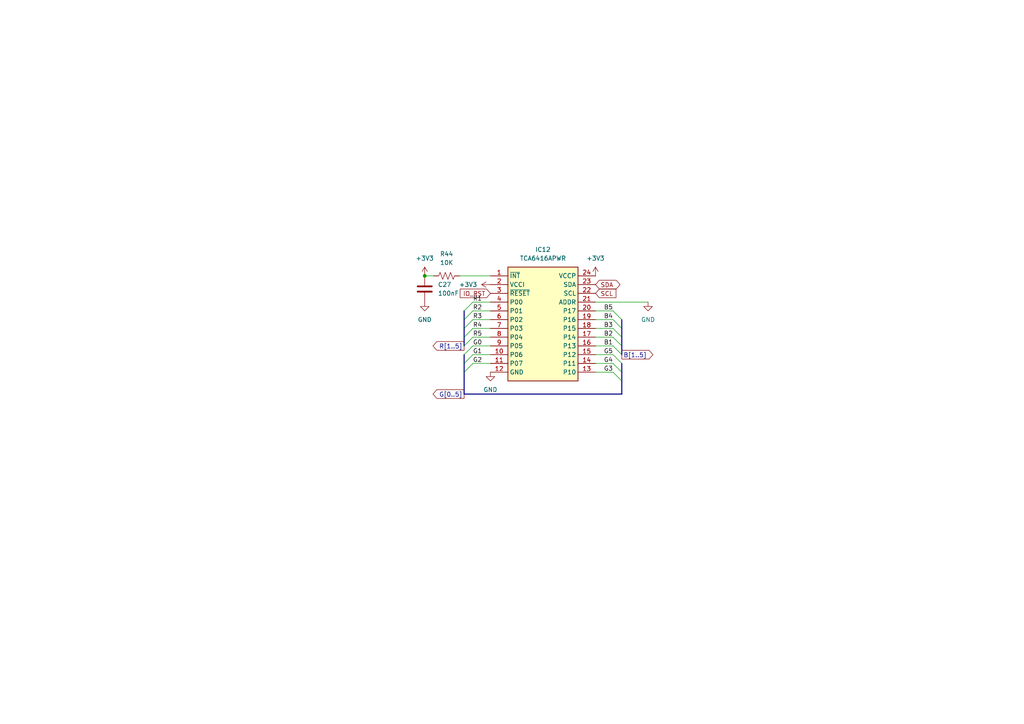
<source format=kicad_sch>
(kicad_sch
	(version 20231120)
	(generator "eeschema")
	(generator_version "8.0")
	(uuid "d4dd59a7-3065-48a1-a9c2-e1956f24eeb3")
	(paper "A4")
	(lib_symbols
		(symbol "Device:C"
			(pin_numbers hide)
			(pin_names
				(offset 0.254)
			)
			(exclude_from_sim no)
			(in_bom yes)
			(on_board yes)
			(property "Reference" "C"
				(at 0.635 2.54 0)
				(effects
					(font
						(size 1.27 1.27)
					)
					(justify left)
				)
			)
			(property "Value" "C"
				(at 0.635 -2.54 0)
				(effects
					(font
						(size 1.27 1.27)
					)
					(justify left)
				)
			)
			(property "Footprint" ""
				(at 0.9652 -3.81 0)
				(effects
					(font
						(size 1.27 1.27)
					)
					(hide yes)
				)
			)
			(property "Datasheet" "~"
				(at 0 0 0)
				(effects
					(font
						(size 1.27 1.27)
					)
					(hide yes)
				)
			)
			(property "Description" "Unpolarized capacitor"
				(at 0 0 0)
				(effects
					(font
						(size 1.27 1.27)
					)
					(hide yes)
				)
			)
			(property "ki_keywords" "cap capacitor"
				(at 0 0 0)
				(effects
					(font
						(size 1.27 1.27)
					)
					(hide yes)
				)
			)
			(property "ki_fp_filters" "C_*"
				(at 0 0 0)
				(effects
					(font
						(size 1.27 1.27)
					)
					(hide yes)
				)
			)
			(symbol "C_0_1"
				(polyline
					(pts
						(xy -2.032 -0.762) (xy 2.032 -0.762)
					)
					(stroke
						(width 0.508)
						(type default)
					)
					(fill
						(type none)
					)
				)
				(polyline
					(pts
						(xy -2.032 0.762) (xy 2.032 0.762)
					)
					(stroke
						(width 0.508)
						(type default)
					)
					(fill
						(type none)
					)
				)
			)
			(symbol "C_1_1"
				(pin passive line
					(at 0 3.81 270)
					(length 2.794)
					(name "~"
						(effects
							(font
								(size 1.27 1.27)
							)
						)
					)
					(number "1"
						(effects
							(font
								(size 1.27 1.27)
							)
						)
					)
				)
				(pin passive line
					(at 0 -3.81 90)
					(length 2.794)
					(name "~"
						(effects
							(font
								(size 1.27 1.27)
							)
						)
					)
					(number "2"
						(effects
							(font
								(size 1.27 1.27)
							)
						)
					)
				)
			)
		)
		(symbol "Device:R_US"
			(pin_numbers hide)
			(pin_names
				(offset 0)
			)
			(exclude_from_sim no)
			(in_bom yes)
			(on_board yes)
			(property "Reference" "R"
				(at 2.54 0 90)
				(effects
					(font
						(size 1.27 1.27)
					)
				)
			)
			(property "Value" "R_US"
				(at -2.54 0 90)
				(effects
					(font
						(size 1.27 1.27)
					)
				)
			)
			(property "Footprint" ""
				(at 1.016 -0.254 90)
				(effects
					(font
						(size 1.27 1.27)
					)
					(hide yes)
				)
			)
			(property "Datasheet" "~"
				(at 0 0 0)
				(effects
					(font
						(size 1.27 1.27)
					)
					(hide yes)
				)
			)
			(property "Description" "Resistor, US symbol"
				(at 0 0 0)
				(effects
					(font
						(size 1.27 1.27)
					)
					(hide yes)
				)
			)
			(property "ki_keywords" "R res resistor"
				(at 0 0 0)
				(effects
					(font
						(size 1.27 1.27)
					)
					(hide yes)
				)
			)
			(property "ki_fp_filters" "R_*"
				(at 0 0 0)
				(effects
					(font
						(size 1.27 1.27)
					)
					(hide yes)
				)
			)
			(symbol "R_US_0_1"
				(polyline
					(pts
						(xy 0 -2.286) (xy 0 -2.54)
					)
					(stroke
						(width 0)
						(type default)
					)
					(fill
						(type none)
					)
				)
				(polyline
					(pts
						(xy 0 2.286) (xy 0 2.54)
					)
					(stroke
						(width 0)
						(type default)
					)
					(fill
						(type none)
					)
				)
				(polyline
					(pts
						(xy 0 -0.762) (xy 1.016 -1.143) (xy 0 -1.524) (xy -1.016 -1.905) (xy 0 -2.286)
					)
					(stroke
						(width 0)
						(type default)
					)
					(fill
						(type none)
					)
				)
				(polyline
					(pts
						(xy 0 0.762) (xy 1.016 0.381) (xy 0 0) (xy -1.016 -0.381) (xy 0 -0.762)
					)
					(stroke
						(width 0)
						(type default)
					)
					(fill
						(type none)
					)
				)
				(polyline
					(pts
						(xy 0 2.286) (xy 1.016 1.905) (xy 0 1.524) (xy -1.016 1.143) (xy 0 0.762)
					)
					(stroke
						(width 0)
						(type default)
					)
					(fill
						(type none)
					)
				)
			)
			(symbol "R_US_1_1"
				(pin passive line
					(at 0 3.81 270)
					(length 1.27)
					(name "~"
						(effects
							(font
								(size 1.27 1.27)
							)
						)
					)
					(number "1"
						(effects
							(font
								(size 1.27 1.27)
							)
						)
					)
				)
				(pin passive line
					(at 0 -3.81 90)
					(length 1.27)
					(name "~"
						(effects
							(font
								(size 1.27 1.27)
							)
						)
					)
					(number "2"
						(effects
							(font
								(size 1.27 1.27)
							)
						)
					)
				)
			)
		)
		(symbol "TCA6416APWR:TCA6416APWR"
			(exclude_from_sim no)
			(in_bom yes)
			(on_board yes)
			(property "Reference" "IC"
				(at 26.67 7.62 0)
				(effects
					(font
						(size 1.27 1.27)
					)
					(justify left top)
				)
			)
			(property "Value" "TCA6416APWR"
				(at 26.67 5.08 0)
				(effects
					(font
						(size 1.27 1.27)
					)
					(justify left top)
				)
			)
			(property "Footprint" "SOP65P640X120-24N"
				(at 26.67 -94.92 0)
				(effects
					(font
						(size 1.27 1.27)
					)
					(justify left top)
					(hide yes)
				)
			)
			(property "Datasheet" "http://www.ti.com/lit/gpn/tca6416a"
				(at 26.67 -194.92 0)
				(effects
					(font
						(size 1.27 1.27)
					)
					(justify left top)
					(hide yes)
				)
			)
			(property "Description" "Texas Instruments TCA6416APWR, 16-channel 16bit I/O Expander 400kHz, I2C, SMBus, 24-Pin TSSOP"
				(at 0 0 0)
				(effects
					(font
						(size 1.27 1.27)
					)
					(hide yes)
				)
			)
			(property "Height" "1.2"
				(at 26.67 -394.92 0)
				(effects
					(font
						(size 1.27 1.27)
					)
					(justify left top)
					(hide yes)
				)
			)
			(property "Manufacturer_Name" "Texas Instruments"
				(at 26.67 -494.92 0)
				(effects
					(font
						(size 1.27 1.27)
					)
					(justify left top)
					(hide yes)
				)
			)
			(property "Manufacturer_Part_Number" "TCA6416APWR"
				(at 26.67 -594.92 0)
				(effects
					(font
						(size 1.27 1.27)
					)
					(justify left top)
					(hide yes)
				)
			)
			(property "Mouser Part Number" "595-TCA6416APWR"
				(at 26.67 -694.92 0)
				(effects
					(font
						(size 1.27 1.27)
					)
					(justify left top)
					(hide yes)
				)
			)
			(property "Mouser Price/Stock" "https://www.mouser.co.uk/ProductDetail/Texas-Instruments/TCA6416APWR?qs=dPU19HLeAhmnDTBE34%252BDbA%3D%3D"
				(at 26.67 -794.92 0)
				(effects
					(font
						(size 1.27 1.27)
					)
					(justify left top)
					(hide yes)
				)
			)
			(property "Arrow Part Number" "TCA6416APWR"
				(at 26.67 -894.92 0)
				(effects
					(font
						(size 1.27 1.27)
					)
					(justify left top)
					(hide yes)
				)
			)
			(property "Arrow Price/Stock" "https://www.arrow.com/en/products/tca6416apwr/texas-instruments?region=nac"
				(at 26.67 -994.92 0)
				(effects
					(font
						(size 1.27 1.27)
					)
					(justify left top)
					(hide yes)
				)
			)
			(symbol "TCA6416APWR_1_1"
				(rectangle
					(start 5.08 2.54)
					(end 25.4 -30.48)
					(stroke
						(width 0.254)
						(type default)
					)
					(fill
						(type background)
					)
				)
				(pin passive line
					(at 0 0 0)
					(length 5.08)
					(name "~{INT}"
						(effects
							(font
								(size 1.27 1.27)
							)
						)
					)
					(number "1"
						(effects
							(font
								(size 1.27 1.27)
							)
						)
					)
				)
				(pin passive line
					(at 0 -22.86 0)
					(length 5.08)
					(name "P06"
						(effects
							(font
								(size 1.27 1.27)
							)
						)
					)
					(number "10"
						(effects
							(font
								(size 1.27 1.27)
							)
						)
					)
				)
				(pin passive line
					(at 0 -25.4 0)
					(length 5.08)
					(name "P07"
						(effects
							(font
								(size 1.27 1.27)
							)
						)
					)
					(number "11"
						(effects
							(font
								(size 1.27 1.27)
							)
						)
					)
				)
				(pin passive line
					(at 0 -27.94 0)
					(length 5.08)
					(name "GND"
						(effects
							(font
								(size 1.27 1.27)
							)
						)
					)
					(number "12"
						(effects
							(font
								(size 1.27 1.27)
							)
						)
					)
				)
				(pin passive line
					(at 30.48 -27.94 180)
					(length 5.08)
					(name "P10"
						(effects
							(font
								(size 1.27 1.27)
							)
						)
					)
					(number "13"
						(effects
							(font
								(size 1.27 1.27)
							)
						)
					)
				)
				(pin passive line
					(at 30.48 -25.4 180)
					(length 5.08)
					(name "P11"
						(effects
							(font
								(size 1.27 1.27)
							)
						)
					)
					(number "14"
						(effects
							(font
								(size 1.27 1.27)
							)
						)
					)
				)
				(pin passive line
					(at 30.48 -22.86 180)
					(length 5.08)
					(name "P12"
						(effects
							(font
								(size 1.27 1.27)
							)
						)
					)
					(number "15"
						(effects
							(font
								(size 1.27 1.27)
							)
						)
					)
				)
				(pin passive line
					(at 30.48 -20.32 180)
					(length 5.08)
					(name "P13"
						(effects
							(font
								(size 1.27 1.27)
							)
						)
					)
					(number "16"
						(effects
							(font
								(size 1.27 1.27)
							)
						)
					)
				)
				(pin passive line
					(at 30.48 -17.78 180)
					(length 5.08)
					(name "P14"
						(effects
							(font
								(size 1.27 1.27)
							)
						)
					)
					(number "17"
						(effects
							(font
								(size 1.27 1.27)
							)
						)
					)
				)
				(pin passive line
					(at 30.48 -15.24 180)
					(length 5.08)
					(name "P15"
						(effects
							(font
								(size 1.27 1.27)
							)
						)
					)
					(number "18"
						(effects
							(font
								(size 1.27 1.27)
							)
						)
					)
				)
				(pin passive line
					(at 30.48 -12.7 180)
					(length 5.08)
					(name "P16"
						(effects
							(font
								(size 1.27 1.27)
							)
						)
					)
					(number "19"
						(effects
							(font
								(size 1.27 1.27)
							)
						)
					)
				)
				(pin passive line
					(at 0 -2.54 0)
					(length 5.08)
					(name "VCCI"
						(effects
							(font
								(size 1.27 1.27)
							)
						)
					)
					(number "2"
						(effects
							(font
								(size 1.27 1.27)
							)
						)
					)
				)
				(pin passive line
					(at 30.48 -10.16 180)
					(length 5.08)
					(name "P17"
						(effects
							(font
								(size 1.27 1.27)
							)
						)
					)
					(number "20"
						(effects
							(font
								(size 1.27 1.27)
							)
						)
					)
				)
				(pin passive line
					(at 30.48 -7.62 180)
					(length 5.08)
					(name "ADDR"
						(effects
							(font
								(size 1.27 1.27)
							)
						)
					)
					(number "21"
						(effects
							(font
								(size 1.27 1.27)
							)
						)
					)
				)
				(pin passive line
					(at 30.48 -5.08 180)
					(length 5.08)
					(name "SCL"
						(effects
							(font
								(size 1.27 1.27)
							)
						)
					)
					(number "22"
						(effects
							(font
								(size 1.27 1.27)
							)
						)
					)
				)
				(pin passive line
					(at 30.48 -2.54 180)
					(length 5.08)
					(name "SDA"
						(effects
							(font
								(size 1.27 1.27)
							)
						)
					)
					(number "23"
						(effects
							(font
								(size 1.27 1.27)
							)
						)
					)
				)
				(pin passive line
					(at 30.48 0 180)
					(length 5.08)
					(name "VCCP"
						(effects
							(font
								(size 1.27 1.27)
							)
						)
					)
					(number "24"
						(effects
							(font
								(size 1.27 1.27)
							)
						)
					)
				)
				(pin passive line
					(at 0 -5.08 0)
					(length 5.08)
					(name "~{RESET}"
						(effects
							(font
								(size 1.27 1.27)
							)
						)
					)
					(number "3"
						(effects
							(font
								(size 1.27 1.27)
							)
						)
					)
				)
				(pin passive line
					(at 0 -7.62 0)
					(length 5.08)
					(name "P00"
						(effects
							(font
								(size 1.27 1.27)
							)
						)
					)
					(number "4"
						(effects
							(font
								(size 1.27 1.27)
							)
						)
					)
				)
				(pin passive line
					(at 0 -10.16 0)
					(length 5.08)
					(name "P01"
						(effects
							(font
								(size 1.27 1.27)
							)
						)
					)
					(number "5"
						(effects
							(font
								(size 1.27 1.27)
							)
						)
					)
				)
				(pin passive line
					(at 0 -12.7 0)
					(length 5.08)
					(name "P02"
						(effects
							(font
								(size 1.27 1.27)
							)
						)
					)
					(number "6"
						(effects
							(font
								(size 1.27 1.27)
							)
						)
					)
				)
				(pin passive line
					(at 0 -15.24 0)
					(length 5.08)
					(name "P03"
						(effects
							(font
								(size 1.27 1.27)
							)
						)
					)
					(number "7"
						(effects
							(font
								(size 1.27 1.27)
							)
						)
					)
				)
				(pin passive line
					(at 0 -17.78 0)
					(length 5.08)
					(name "P04"
						(effects
							(font
								(size 1.27 1.27)
							)
						)
					)
					(number "8"
						(effects
							(font
								(size 1.27 1.27)
							)
						)
					)
				)
				(pin passive line
					(at 0 -20.32 0)
					(length 5.08)
					(name "P05"
						(effects
							(font
								(size 1.27 1.27)
							)
						)
					)
					(number "9"
						(effects
							(font
								(size 1.27 1.27)
							)
						)
					)
				)
			)
		)
		(symbol "power:+3V3"
			(power)
			(pin_numbers hide)
			(pin_names
				(offset 0) hide)
			(exclude_from_sim no)
			(in_bom yes)
			(on_board yes)
			(property "Reference" "#PWR"
				(at 0 -3.81 0)
				(effects
					(font
						(size 1.27 1.27)
					)
					(hide yes)
				)
			)
			(property "Value" "+3V3"
				(at 0 3.556 0)
				(effects
					(font
						(size 1.27 1.27)
					)
				)
			)
			(property "Footprint" ""
				(at 0 0 0)
				(effects
					(font
						(size 1.27 1.27)
					)
					(hide yes)
				)
			)
			(property "Datasheet" ""
				(at 0 0 0)
				(effects
					(font
						(size 1.27 1.27)
					)
					(hide yes)
				)
			)
			(property "Description" "Power symbol creates a global label with name \"+3V3\""
				(at 0 0 0)
				(effects
					(font
						(size 1.27 1.27)
					)
					(hide yes)
				)
			)
			(property "ki_keywords" "global power"
				(at 0 0 0)
				(effects
					(font
						(size 1.27 1.27)
					)
					(hide yes)
				)
			)
			(symbol "+3V3_0_1"
				(polyline
					(pts
						(xy -0.762 1.27) (xy 0 2.54)
					)
					(stroke
						(width 0)
						(type default)
					)
					(fill
						(type none)
					)
				)
				(polyline
					(pts
						(xy 0 0) (xy 0 2.54)
					)
					(stroke
						(width 0)
						(type default)
					)
					(fill
						(type none)
					)
				)
				(polyline
					(pts
						(xy 0 2.54) (xy 0.762 1.27)
					)
					(stroke
						(width 0)
						(type default)
					)
					(fill
						(type none)
					)
				)
			)
			(symbol "+3V3_1_1"
				(pin power_in line
					(at 0 0 90)
					(length 0)
					(name "~"
						(effects
							(font
								(size 1.27 1.27)
							)
						)
					)
					(number "1"
						(effects
							(font
								(size 1.27 1.27)
							)
						)
					)
				)
			)
		)
		(symbol "power:GND"
			(power)
			(pin_numbers hide)
			(pin_names
				(offset 0) hide)
			(exclude_from_sim no)
			(in_bom yes)
			(on_board yes)
			(property "Reference" "#PWR"
				(at 0 -6.35 0)
				(effects
					(font
						(size 1.27 1.27)
					)
					(hide yes)
				)
			)
			(property "Value" "GND"
				(at 0 -3.81 0)
				(effects
					(font
						(size 1.27 1.27)
					)
				)
			)
			(property "Footprint" ""
				(at 0 0 0)
				(effects
					(font
						(size 1.27 1.27)
					)
					(hide yes)
				)
			)
			(property "Datasheet" ""
				(at 0 0 0)
				(effects
					(font
						(size 1.27 1.27)
					)
					(hide yes)
				)
			)
			(property "Description" "Power symbol creates a global label with name \"GND\" , ground"
				(at 0 0 0)
				(effects
					(font
						(size 1.27 1.27)
					)
					(hide yes)
				)
			)
			(property "ki_keywords" "global power"
				(at 0 0 0)
				(effects
					(font
						(size 1.27 1.27)
					)
					(hide yes)
				)
			)
			(symbol "GND_0_1"
				(polyline
					(pts
						(xy 0 0) (xy 0 -1.27) (xy 1.27 -1.27) (xy 0 -2.54) (xy -1.27 -1.27) (xy 0 -1.27)
					)
					(stroke
						(width 0)
						(type default)
					)
					(fill
						(type none)
					)
				)
			)
			(symbol "GND_1_1"
				(pin power_in line
					(at 0 0 270)
					(length 0)
					(name "~"
						(effects
							(font
								(size 1.27 1.27)
							)
						)
					)
					(number "1"
						(effects
							(font
								(size 1.27 1.27)
							)
						)
					)
				)
			)
		)
	)
	(junction
		(at 123.19 80.01)
		(diameter 0)
		(color 0 0 0 0)
		(uuid "6746257b-c882-4dec-823d-d5b6ad54987c")
	)
	(bus_entry
		(at 137.16 87.63)
		(size -2.54 2.54)
		(stroke
			(width 0)
			(type default)
		)
		(uuid "087b6864-b14e-4c09-ba30-037a44372575")
	)
	(bus_entry
		(at 137.16 95.25)
		(size -2.54 2.54)
		(stroke
			(width 0)
			(type default)
		)
		(uuid "232a7adf-3ead-4053-92de-d2084bd808cb")
	)
	(bus_entry
		(at 177.8 92.71)
		(size 2.54 2.54)
		(stroke
			(width 0)
			(type default)
		)
		(uuid "24cba7ea-268a-488b-942a-12928db5c546")
	)
	(bus_entry
		(at 177.8 100.33)
		(size 2.54 2.54)
		(stroke
			(width 0)
			(type default)
		)
		(uuid "26f88d58-bdfe-4025-bfbe-09561571ee19")
	)
	(bus_entry
		(at 137.16 105.41)
		(size -2.54 2.54)
		(stroke
			(width 0)
			(type default)
		)
		(uuid "4a673057-a1e8-46a2-9024-a38b18cabd09")
	)
	(bus_entry
		(at 137.16 102.87)
		(size -2.54 2.54)
		(stroke
			(width 0)
			(type default)
		)
		(uuid "740c1053-3bdd-40a5-b9b4-29fd9caea90e")
	)
	(bus_entry
		(at 177.8 102.87)
		(size 2.54 2.54)
		(stroke
			(width 0)
			(type default)
		)
		(uuid "80c68eca-4b25-4ae0-9250-d0ad0ba61814")
	)
	(bus_entry
		(at 137.16 90.17)
		(size -2.54 2.54)
		(stroke
			(width 0)
			(type default)
		)
		(uuid "80f91f10-5b12-45c3-8648-e94d6c58c1e6")
	)
	(bus_entry
		(at 177.8 105.41)
		(size 2.54 2.54)
		(stroke
			(width 0)
			(type default)
		)
		(uuid "86baccc2-f879-4818-95fd-f247a9040bcc")
	)
	(bus_entry
		(at 137.16 97.79)
		(size -2.54 2.54)
		(stroke
			(width 0)
			(type default)
		)
		(uuid "86bcac90-ae13-48fd-a391-b39229be7032")
	)
	(bus_entry
		(at 177.8 107.95)
		(size 2.54 2.54)
		(stroke
			(width 0)
			(type default)
		)
		(uuid "92759dc4-3296-4f9f-869c-7b85104aba86")
	)
	(bus_entry
		(at 137.16 100.33)
		(size -2.54 2.54)
		(stroke
			(width 0)
			(type default)
		)
		(uuid "95d075c2-3457-4345-8d59-46ed3c643ed7")
	)
	(bus_entry
		(at 177.8 90.17)
		(size 2.54 2.54)
		(stroke
			(width 0)
			(type default)
		)
		(uuid "b0af7dc2-c373-4aa2-aa6b-9081a5830b48")
	)
	(bus_entry
		(at 177.8 95.25)
		(size 2.54 2.54)
		(stroke
			(width 0)
			(type default)
		)
		(uuid "bc675ab3-d67d-4649-8f7c-ce7b9eeb87d7")
	)
	(bus_entry
		(at 177.8 97.79)
		(size 2.54 2.54)
		(stroke
			(width 0)
			(type default)
		)
		(uuid "d95dcb31-f8f9-4a7b-9dae-8484b43242ae")
	)
	(bus_entry
		(at 137.16 92.71)
		(size -2.54 2.54)
		(stroke
			(width 0)
			(type default)
		)
		(uuid "e3b68c41-820b-43f5-9ed2-3ad87659ea80")
	)
	(bus
		(pts
			(xy 180.34 114.3) (xy 180.34 110.49)
		)
		(stroke
			(width 0)
			(type default)
		)
		(uuid "00f420e3-9410-4cde-819e-a208a3c10c74")
	)
	(wire
		(pts
			(xy 137.16 100.33) (xy 142.24 100.33)
		)
		(stroke
			(width 0)
			(type default)
		)
		(uuid "020fd873-fee6-4a83-a945-a3f99943d78d")
	)
	(bus
		(pts
			(xy 134.62 107.95) (xy 134.62 114.3)
		)
		(stroke
			(width 0)
			(type default)
		)
		(uuid "0a6ce6fc-6ab1-4c33-b17f-77f467949b7e")
	)
	(wire
		(pts
			(xy 137.16 87.63) (xy 142.24 87.63)
		)
		(stroke
			(width 0)
			(type default)
		)
		(uuid "134afcf5-7ddf-4eef-be0e-c12034e39e40")
	)
	(bus
		(pts
			(xy 180.34 97.79) (xy 180.34 100.33)
		)
		(stroke
			(width 0)
			(type default)
		)
		(uuid "13c56f78-4ae0-465e-8443-7089d73dd6d9")
	)
	(wire
		(pts
			(xy 172.72 87.63) (xy 187.96 87.63)
		)
		(stroke
			(width 0)
			(type default)
		)
		(uuid "1e96f30d-85cb-441a-a9b2-73b1e80cec78")
	)
	(wire
		(pts
			(xy 137.16 102.87) (xy 142.24 102.87)
		)
		(stroke
			(width 0)
			(type default)
		)
		(uuid "210703b0-f515-4b4a-a03e-b7cde01c4d66")
	)
	(bus
		(pts
			(xy 134.62 105.41) (xy 134.62 107.95)
		)
		(stroke
			(width 0)
			(type default)
		)
		(uuid "2bb0e5a7-149e-4d88-bef3-41f39a9cd4b7")
	)
	(wire
		(pts
			(xy 123.19 80.01) (xy 125.73 80.01)
		)
		(stroke
			(width 0)
			(type default)
		)
		(uuid "39bb7db1-6dd1-4531-b55b-49361ded1411")
	)
	(bus
		(pts
			(xy 134.62 92.71) (xy 134.62 95.25)
		)
		(stroke
			(width 0)
			(type default)
		)
		(uuid "468d49ab-5108-45cc-aadd-13bfdb8fd9ad")
	)
	(bus
		(pts
			(xy 134.62 102.87) (xy 134.62 105.41)
		)
		(stroke
			(width 0)
			(type default)
		)
		(uuid "46fdda5a-b14a-4b04-85eb-4844d696a2ee")
	)
	(wire
		(pts
			(xy 137.16 95.25) (xy 142.24 95.25)
		)
		(stroke
			(width 0)
			(type default)
		)
		(uuid "4f60f13b-f3b8-4a17-a876-256890a48ae0")
	)
	(bus
		(pts
			(xy 134.62 114.3) (xy 180.34 114.3)
		)
		(stroke
			(width 0)
			(type default)
		)
		(uuid "53a6bb68-1ead-4083-9728-19b89f37000f")
	)
	(wire
		(pts
			(xy 172.72 95.25) (xy 177.8 95.25)
		)
		(stroke
			(width 0)
			(type default)
		)
		(uuid "55edc6b4-baf1-416f-aaae-a112ad19e79d")
	)
	(wire
		(pts
			(xy 172.72 97.79) (xy 177.8 97.79)
		)
		(stroke
			(width 0)
			(type default)
		)
		(uuid "5fed46dc-0a78-43c5-821c-c121bb8d466b")
	)
	(bus
		(pts
			(xy 180.34 95.25) (xy 180.34 97.79)
		)
		(stroke
			(width 0)
			(type default)
		)
		(uuid "60b2dd1b-4df5-481f-a6ec-670ee581b726")
	)
	(wire
		(pts
			(xy 172.72 90.17) (xy 177.8 90.17)
		)
		(stroke
			(width 0)
			(type default)
		)
		(uuid "70c3d4be-a121-438f-ac1e-9e3cbe23eef0")
	)
	(bus
		(pts
			(xy 180.34 100.33) (xy 180.34 102.87)
		)
		(stroke
			(width 0)
			(type default)
		)
		(uuid "77b5be63-fea3-4308-b872-f9e7ded3d186")
	)
	(bus
		(pts
			(xy 134.62 95.25) (xy 134.62 97.79)
		)
		(stroke
			(width 0)
			(type default)
		)
		(uuid "7c78b3a7-0331-42b7-aea8-c0e7d3483fc9")
	)
	(bus
		(pts
			(xy 180.34 107.95) (xy 180.34 110.49)
		)
		(stroke
			(width 0)
			(type default)
		)
		(uuid "8a59e66f-e64f-4951-b63e-fd9d2b002dc0")
	)
	(wire
		(pts
			(xy 133.35 80.01) (xy 142.24 80.01)
		)
		(stroke
			(width 0)
			(type default)
		)
		(uuid "9180f120-fa14-44ee-92ec-5ae8e336fa32")
	)
	(wire
		(pts
			(xy 137.16 97.79) (xy 142.24 97.79)
		)
		(stroke
			(width 0)
			(type default)
		)
		(uuid "9ca030c7-eec4-4959-9e9b-bb7d12612bb5")
	)
	(wire
		(pts
			(xy 172.72 105.41) (xy 177.8 105.41)
		)
		(stroke
			(width 0)
			(type default)
		)
		(uuid "a8ac74b7-c461-4bea-9ad9-33d8c740b20d")
	)
	(wire
		(pts
			(xy 172.72 92.71) (xy 177.8 92.71)
		)
		(stroke
			(width 0)
			(type default)
		)
		(uuid "a8d678fe-7e0f-4619-ac4a-2141ea8be3ef")
	)
	(bus
		(pts
			(xy 134.62 90.17) (xy 134.62 92.71)
		)
		(stroke
			(width 0)
			(type default)
		)
		(uuid "ad2694fc-bd62-4653-9889-c0e028d1565d")
	)
	(wire
		(pts
			(xy 137.16 90.17) (xy 142.24 90.17)
		)
		(stroke
			(width 0)
			(type default)
		)
		(uuid "ba3ce0e9-2195-4870-b00a-423915dc5377")
	)
	(bus
		(pts
			(xy 180.34 92.71) (xy 180.34 95.25)
		)
		(stroke
			(width 0)
			(type default)
		)
		(uuid "bd0a69cf-ffee-4837-b502-164c55bc0610")
	)
	(wire
		(pts
			(xy 172.72 100.33) (xy 177.8 100.33)
		)
		(stroke
			(width 0)
			(type default)
		)
		(uuid "bffbdaa9-6b28-4255-b4c4-b041a38d7aa8")
	)
	(wire
		(pts
			(xy 172.72 107.95) (xy 177.8 107.95)
		)
		(stroke
			(width 0)
			(type default)
		)
		(uuid "c5a431bb-7e61-49f4-aa17-30c8a459d859")
	)
	(wire
		(pts
			(xy 137.16 105.41) (xy 142.24 105.41)
		)
		(stroke
			(width 0)
			(type default)
		)
		(uuid "dbb06e19-2558-4322-93a0-2bea497565fe")
	)
	(bus
		(pts
			(xy 180.34 105.41) (xy 180.34 107.95)
		)
		(stroke
			(width 0)
			(type default)
		)
		(uuid "e59cc1c1-1de4-48e3-8f4a-2c1b37a486f5")
	)
	(wire
		(pts
			(xy 137.16 92.71) (xy 142.24 92.71)
		)
		(stroke
			(width 0)
			(type default)
		)
		(uuid "ec8300e0-932d-405c-9b1e-d07f06eaab04")
	)
	(wire
		(pts
			(xy 172.72 102.87) (xy 177.8 102.87)
		)
		(stroke
			(width 0)
			(type default)
		)
		(uuid "f447faac-067b-4300-9fe2-29d2a25db41f")
	)
	(bus
		(pts
			(xy 134.62 97.79) (xy 134.62 100.33)
		)
		(stroke
			(width 0)
			(type default)
		)
		(uuid "fa04fb3d-3554-4ede-aca2-08d6a9cfcded")
	)
	(label "G4"
		(at 177.8 105.41 180)
		(fields_autoplaced yes)
		(effects
			(font
				(size 1.27 1.27)
			)
			(justify right bottom)
		)
		(uuid "17236026-2e36-4520-8359-4bbd0abbd40c")
	)
	(label "G1"
		(at 137.16 102.87 0)
		(fields_autoplaced yes)
		(effects
			(font
				(size 1.27 1.27)
			)
			(justify left bottom)
		)
		(uuid "24e01168-50fc-438e-a8de-6552fe87ff18")
	)
	(label "B5"
		(at 177.8 90.17 180)
		(fields_autoplaced yes)
		(effects
			(font
				(size 1.27 1.27)
			)
			(justify right bottom)
		)
		(uuid "2c577f0f-d305-4511-8c52-877f61767e10")
	)
	(label "R5"
		(at 137.16 97.79 0)
		(fields_autoplaced yes)
		(effects
			(font
				(size 1.27 1.27)
			)
			(justify left bottom)
		)
		(uuid "2c6c9d3c-adff-4ef8-a42b-fc53094f9edd")
	)
	(label "G5"
		(at 177.8 102.87 180)
		(fields_autoplaced yes)
		(effects
			(font
				(size 1.27 1.27)
			)
			(justify right bottom)
		)
		(uuid "3efe679d-d4fe-4707-a50d-9d6f9e336733")
	)
	(label "G0"
		(at 137.16 100.33 0)
		(fields_autoplaced yes)
		(effects
			(font
				(size 1.27 1.27)
			)
			(justify left bottom)
		)
		(uuid "43b1a05b-abc9-4b82-8725-ac66d1e5c166")
	)
	(label "B1"
		(at 177.8 100.33 180)
		(fields_autoplaced yes)
		(effects
			(font
				(size 1.27 1.27)
			)
			(justify right bottom)
		)
		(uuid "47e14c03-75dd-4b67-b053-03a3275eae87")
	)
	(label "B4"
		(at 177.8 92.71 180)
		(fields_autoplaced yes)
		(effects
			(font
				(size 1.27 1.27)
			)
			(justify right bottom)
		)
		(uuid "5981795c-6f60-4ff7-905e-cf9eb713346f")
	)
	(label "R4"
		(at 137.16 95.25 0)
		(fields_autoplaced yes)
		(effects
			(font
				(size 1.27 1.27)
			)
			(justify left bottom)
		)
		(uuid "7e8ca356-e6b2-46e1-abb1-7b5d4fc9b840")
	)
	(label "G2"
		(at 137.16 105.41 0)
		(fields_autoplaced yes)
		(effects
			(font
				(size 1.27 1.27)
			)
			(justify left bottom)
		)
		(uuid "9b6b8295-9b4b-435a-b963-c74cd3e4815f")
	)
	(label "R2"
		(at 137.16 90.17 0)
		(fields_autoplaced yes)
		(effects
			(font
				(size 1.27 1.27)
			)
			(justify left bottom)
		)
		(uuid "9c84bd2c-3b15-481e-ac97-33f75ce187e7")
	)
	(label "B2"
		(at 177.8 97.79 180)
		(fields_autoplaced yes)
		(effects
			(font
				(size 1.27 1.27)
			)
			(justify right bottom)
		)
		(uuid "ada755c7-804f-4d96-9990-5e7cc8bf6a23")
	)
	(label "B3"
		(at 177.8 95.25 180)
		(fields_autoplaced yes)
		(effects
			(font
				(size 1.27 1.27)
			)
			(justify right bottom)
		)
		(uuid "ba2ed186-12e5-40b6-9e60-ae525260deb6")
	)
	(label "R1"
		(at 137.16 87.63 0)
		(fields_autoplaced yes)
		(effects
			(font
				(size 1.27 1.27)
			)
			(justify left bottom)
		)
		(uuid "bee678d3-1cac-4a5d-99bd-416ec28459e1")
	)
	(label "R3"
		(at 137.16 92.71 0)
		(fields_autoplaced yes)
		(effects
			(font
				(size 1.27 1.27)
			)
			(justify left bottom)
		)
		(uuid "f3161a74-abdf-412f-81a6-f365ec6ab2a3")
	)
	(label "G3"
		(at 177.8 107.95 180)
		(fields_autoplaced yes)
		(effects
			(font
				(size 1.27 1.27)
			)
			(justify right bottom)
		)
		(uuid "f93f5a9d-8f2e-4087-8b74-a240e6a19196")
	)
	(global_label "B[1..5]"
		(shape output)
		(at 180.34 102.87 0)
		(fields_autoplaced yes)
		(effects
			(font
				(size 1.27 1.27)
			)
			(justify left)
		)
		(uuid "0dd808d6-c821-4beb-8fdd-7283089213a9")
		(property "Intersheetrefs" "${INTERSHEET_REFS}"
			(at 189.9172 102.87 0)
			(effects
				(font
					(size 1.27 1.27)
				)
				(justify left)
				(hide yes)
			)
		)
	)
	(global_label "G[0..5]"
		(shape output)
		(at 134.62 114.3 180)
		(fields_autoplaced yes)
		(effects
			(font
				(size 1.27 1.27)
			)
			(justify right)
		)
		(uuid "11894b8b-9265-461e-87dc-7dccc9086222")
		(property "Intersheetrefs" "${INTERSHEET_REFS}"
			(at 125.0428 114.3 0)
			(effects
				(font
					(size 1.27 1.27)
				)
				(justify right)
				(hide yes)
			)
		)
	)
	(global_label "SDA"
		(shape bidirectional)
		(at 172.72 82.55 0)
		(fields_autoplaced yes)
		(effects
			(font
				(size 1.27 1.27)
			)
			(justify left)
		)
		(uuid "25c3bd4f-eff0-45d7-885b-19910ee40523")
		(property "Intersheetrefs" "${INTERSHEET_REFS}"
			(at 180.3846 82.55 0)
			(effects
				(font
					(size 1.27 1.27)
				)
				(justify left)
				(hide yes)
			)
		)
	)
	(global_label "IO_RST"
		(shape input)
		(at 142.24 85.09 180)
		(fields_autoplaced yes)
		(effects
			(font
				(size 1.27 1.27)
			)
			(justify right)
		)
		(uuid "2b388134-90b7-4475-bceb-ad6db1b71a5c")
		(property "Intersheetrefs" "${INTERSHEET_REFS}"
			(at 132.9048 85.09 0)
			(effects
				(font
					(size 1.27 1.27)
				)
				(justify right)
				(hide yes)
			)
		)
	)
	(global_label "R[1..5]"
		(shape output)
		(at 134.62 100.33 180)
		(fields_autoplaced yes)
		(effects
			(font
				(size 1.27 1.27)
			)
			(justify right)
		)
		(uuid "9c5382d7-6f74-439f-87c9-e63ce34ab50c")
		(property "Intersheetrefs" "${INTERSHEET_REFS}"
			(at 125.0428 100.33 0)
			(effects
				(font
					(size 1.27 1.27)
				)
				(justify right)
				(hide yes)
			)
		)
	)
	(global_label "SCL"
		(shape input)
		(at 172.72 85.09 0)
		(fields_autoplaced yes)
		(effects
			(font
				(size 1.27 1.27)
			)
			(justify left)
		)
		(uuid "ddcba6de-86f5-4172-8a9b-03695d122a14")
		(property "Intersheetrefs" "${INTERSHEET_REFS}"
			(at 179.2128 85.09 0)
			(effects
				(font
					(size 1.27 1.27)
				)
				(justify left)
				(hide yes)
			)
		)
	)
	(symbol
		(lib_id "power:GND")
		(at 142.24 107.95 0)
		(unit 1)
		(exclude_from_sim no)
		(in_bom yes)
		(on_board yes)
		(dnp no)
		(fields_autoplaced yes)
		(uuid "259f3ca7-1988-4e3d-8ee3-1313e33d05a8")
		(property "Reference" "#PWR053"
			(at 142.24 114.3 0)
			(effects
				(font
					(size 1.27 1.27)
				)
				(hide yes)
			)
		)
		(property "Value" "GND"
			(at 142.24 113.03 0)
			(effects
				(font
					(size 1.27 1.27)
				)
			)
		)
		(property "Footprint" ""
			(at 142.24 107.95 0)
			(effects
				(font
					(size 1.27 1.27)
				)
				(hide yes)
			)
		)
		(property "Datasheet" ""
			(at 142.24 107.95 0)
			(effects
				(font
					(size 1.27 1.27)
				)
				(hide yes)
			)
		)
		(property "Description" "Power symbol creates a global label with name \"GND\" , ground"
			(at 142.24 107.95 0)
			(effects
				(font
					(size 1.27 1.27)
				)
				(hide yes)
			)
		)
		(pin "1"
			(uuid "3d432335-80d1-4372-a30c-090e55d2ba63")
		)
		(instances
			(project ""
				(path "/e4d3289e-0ccf-4dc8-988c-0c08b099df28/369ea343-1884-4070-b4f9-1017ee904854"
					(reference "#PWR053")
					(unit 1)
				)
			)
		)
	)
	(symbol
		(lib_id "TCA6416APWR:TCA6416APWR")
		(at 142.24 80.01 0)
		(unit 1)
		(exclude_from_sim no)
		(in_bom yes)
		(on_board yes)
		(dnp no)
		(fields_autoplaced yes)
		(uuid "4ea2013b-abf5-4d54-afdb-423fa8769370")
		(property "Reference" "IC12"
			(at 157.48 72.39 0)
			(effects
				(font
					(size 1.27 1.27)
				)
			)
		)
		(property "Value" "TCA6416APWR"
			(at 157.48 74.93 0)
			(effects
				(font
					(size 1.27 1.27)
				)
			)
		)
		(property "Footprint" "SOP65P640X120-24N"
			(at 168.91 174.93 0)
			(effects
				(font
					(size 1.27 1.27)
				)
				(justify left top)
				(hide yes)
			)
		)
		(property "Datasheet" "http://www.ti.com/lit/gpn/tca6416a"
			(at 168.91 274.93 0)
			(effects
				(font
					(size 1.27 1.27)
				)
				(justify left top)
				(hide yes)
			)
		)
		(property "Description" "Texas Instruments TCA6416APWR, 16-channel 16bit I/O Expander 400kHz, I2C, SMBus, 24-Pin TSSOP"
			(at 142.24 80.01 0)
			(effects
				(font
					(size 1.27 1.27)
				)
				(hide yes)
			)
		)
		(property "Height" "1.2"
			(at 168.91 474.93 0)
			(effects
				(font
					(size 1.27 1.27)
				)
				(justify left top)
				(hide yes)
			)
		)
		(property "Manufacturer_Name" "Texas Instruments"
			(at 168.91 574.93 0)
			(effects
				(font
					(size 1.27 1.27)
				)
				(justify left top)
				(hide yes)
			)
		)
		(property "Manufacturer_Part_Number" "TCA6416APWR"
			(at 168.91 674.93 0)
			(effects
				(font
					(size 1.27 1.27)
				)
				(justify left top)
				(hide yes)
			)
		)
		(property "Mouser Part Number" "595-TCA6416APWR"
			(at 168.91 774.93 0)
			(effects
				(font
					(size 1.27 1.27)
				)
				(justify left top)
				(hide yes)
			)
		)
		(property "Mouser Price/Stock" "https://www.mouser.co.uk/ProductDetail/Texas-Instruments/TCA6416APWR?qs=dPU19HLeAhmnDTBE34%252BDbA%3D%3D"
			(at 168.91 874.93 0)
			(effects
				(font
					(size 1.27 1.27)
				)
				(justify left top)
				(hide yes)
			)
		)
		(property "Arrow Part Number" "TCA6416APWR"
			(at 168.91 974.93 0)
			(effects
				(font
					(size 1.27 1.27)
				)
				(justify left top)
				(hide yes)
			)
		)
		(property "Arrow Price/Stock" "https://www.arrow.com/en/products/tca6416apwr/texas-instruments?region=nac"
			(at 168.91 1074.93 0)
			(effects
				(font
					(size 1.27 1.27)
				)
				(justify left top)
				(hide yes)
			)
		)
		(pin "16"
			(uuid "a90d9f52-4a56-47c8-8764-889f2bb8f3de")
		)
		(pin "4"
			(uuid "730c8e33-f952-47a6-bb56-369658880b24")
		)
		(pin "15"
			(uuid "e191553e-f4ae-4abd-9126-e7eae627a87c")
		)
		(pin "19"
			(uuid "1a708c8a-7db4-4e06-a040-afdb7094ea7f")
		)
		(pin "12"
			(uuid "af78b6b4-727f-4749-afa9-8d0faffbb6f4")
		)
		(pin "21"
			(uuid "20b85744-e844-4b5e-bea5-9618d37aeeea")
		)
		(pin "8"
			(uuid "01492882-6baf-4e24-9b23-c545bbb57c0a")
		)
		(pin "14"
			(uuid "3d3fdfdb-2747-4678-b5d3-9ab14d3f49d7")
		)
		(pin "2"
			(uuid "02081eb5-078f-48ef-8eba-edc3f81734d3")
		)
		(pin "9"
			(uuid "22af793d-6532-4eed-b743-01f2c03dbbd3")
		)
		(pin "5"
			(uuid "d8d728c3-3f09-4535-92d1-890303778584")
		)
		(pin "22"
			(uuid "334ec02f-95d3-4936-befd-c8e4d6d613dd")
		)
		(pin "17"
			(uuid "ee589cf3-0529-4909-bedf-088c263a3bd6")
		)
		(pin "7"
			(uuid "f8bdd305-be86-4986-ad3d-ba58780ecd16")
		)
		(pin "6"
			(uuid "80b075c5-f7e9-4dd3-b3c7-4856628b71d6")
		)
		(pin "11"
			(uuid "d89b87eb-7387-4347-b11d-f76b3edb57b5")
		)
		(pin "18"
			(uuid "f4c70186-3015-4ba1-8614-d1d297aa8c9d")
		)
		(pin "24"
			(uuid "6a1fbc0f-ed49-42f8-9ac1-3c476b179e57")
		)
		(pin "10"
			(uuid "a0a62192-4b49-4d16-89b5-23233d777238")
		)
		(pin "13"
			(uuid "65431daf-d3f8-4ab8-9d70-c1b735c4cfb5")
		)
		(pin "1"
			(uuid "86bf0787-be0d-4c7a-a77d-953a8d0be4ef")
		)
		(pin "20"
			(uuid "dcac7445-3d67-4ed5-9f44-3c947c49d5e4")
		)
		(pin "23"
			(uuid "974705b3-9d65-4cf5-bfa4-ddb658c00221")
		)
		(pin "3"
			(uuid "ca2da770-c209-466a-85f1-0ee3104a12a4")
		)
		(instances
			(project ""
				(path "/e4d3289e-0ccf-4dc8-988c-0c08b099df28/369ea343-1884-4070-b4f9-1017ee904854"
					(reference "IC12")
					(unit 1)
				)
			)
		)
	)
	(symbol
		(lib_id "Device:R_US")
		(at 129.54 80.01 90)
		(unit 1)
		(exclude_from_sim no)
		(in_bom yes)
		(on_board yes)
		(dnp no)
		(fields_autoplaced yes)
		(uuid "6034435c-e43a-43c2-88f1-a13a59ddf2e9")
		(property "Reference" "R44"
			(at 129.54 73.66 90)
			(effects
				(font
					(size 1.27 1.27)
				)
			)
		)
		(property "Value" "10K"
			(at 129.54 76.2 90)
			(effects
				(font
					(size 1.27 1.27)
				)
			)
		)
		(property "Footprint" "Resistor_SMD:R_0603_1608Metric"
			(at 129.794 78.994 90)
			(effects
				(font
					(size 1.27 1.27)
				)
				(hide yes)
			)
		)
		(property "Datasheet" "~"
			(at 129.54 80.01 0)
			(effects
				(font
					(size 1.27 1.27)
				)
				(hide yes)
			)
		)
		(property "Description" "Resistor, US symbol"
			(at 129.54 80.01 0)
			(effects
				(font
					(size 1.27 1.27)
				)
				(hide yes)
			)
		)
		(pin "1"
			(uuid "501a7d7c-49af-4e61-a548-9e991f76264e")
		)
		(pin "2"
			(uuid "542e0269-d3ff-45d8-bedf-a01b4585c9fd")
		)
		(instances
			(project ""
				(path "/e4d3289e-0ccf-4dc8-988c-0c08b099df28/369ea343-1884-4070-b4f9-1017ee904854"
					(reference "R44")
					(unit 1)
				)
			)
		)
	)
	(symbol
		(lib_id "Device:C")
		(at 123.19 83.82 0)
		(unit 1)
		(exclude_from_sim no)
		(in_bom yes)
		(on_board yes)
		(dnp no)
		(fields_autoplaced yes)
		(uuid "606feb7a-edf5-4b6c-a45a-3c2259981cf9")
		(property "Reference" "C27"
			(at 127 82.5499 0)
			(effects
				(font
					(size 1.27 1.27)
				)
				(justify left)
			)
		)
		(property "Value" "100nF"
			(at 127 85.0899 0)
			(effects
				(font
					(size 1.27 1.27)
				)
				(justify left)
			)
		)
		(property "Footprint" "Capacitor_SMD:C_0603_1608Metric"
			(at 124.1552 87.63 0)
			(effects
				(font
					(size 1.27 1.27)
				)
				(hide yes)
			)
		)
		(property "Datasheet" "~"
			(at 123.19 83.82 0)
			(effects
				(font
					(size 1.27 1.27)
				)
				(hide yes)
			)
		)
		(property "Description" "Unpolarized capacitor"
			(at 123.19 83.82 0)
			(effects
				(font
					(size 1.27 1.27)
				)
				(hide yes)
			)
		)
		(pin "1"
			(uuid "1750a77d-5f5e-4fd2-80d0-fe6d14fc57f6")
		)
		(pin "2"
			(uuid "d00b3f8c-7cc6-4df7-8aeb-183aa0326eea")
		)
		(instances
			(project ""
				(path "/e4d3289e-0ccf-4dc8-988c-0c08b099df28/369ea343-1884-4070-b4f9-1017ee904854"
					(reference "C27")
					(unit 1)
				)
			)
		)
	)
	(symbol
		(lib_id "power:+3V3")
		(at 172.72 80.01 0)
		(unit 1)
		(exclude_from_sim no)
		(in_bom yes)
		(on_board yes)
		(dnp no)
		(fields_autoplaced yes)
		(uuid "67c47566-6a45-4f23-8e75-83c0a6dd4f56")
		(property "Reference" "#PWR081"
			(at 172.72 83.82 0)
			(effects
				(font
					(size 1.27 1.27)
				)
				(hide yes)
			)
		)
		(property "Value" "+3V3"
			(at 172.72 74.93 0)
			(effects
				(font
					(size 1.27 1.27)
				)
			)
		)
		(property "Footprint" ""
			(at 172.72 80.01 0)
			(effects
				(font
					(size 1.27 1.27)
				)
				(hide yes)
			)
		)
		(property "Datasheet" ""
			(at 172.72 80.01 0)
			(effects
				(font
					(size 1.27 1.27)
				)
				(hide yes)
			)
		)
		(property "Description" "Power symbol creates a global label with name \"+3V3\""
			(at 172.72 80.01 0)
			(effects
				(font
					(size 1.27 1.27)
				)
				(hide yes)
			)
		)
		(pin "1"
			(uuid "85aaee68-266a-48f9-8b22-72bbd750874b")
		)
		(instances
			(project ""
				(path "/e4d3289e-0ccf-4dc8-988c-0c08b099df28/369ea343-1884-4070-b4f9-1017ee904854"
					(reference "#PWR081")
					(unit 1)
				)
			)
		)
	)
	(symbol
		(lib_id "power:GND")
		(at 123.19 87.63 0)
		(unit 1)
		(exclude_from_sim no)
		(in_bom yes)
		(on_board yes)
		(dnp no)
		(fields_autoplaced yes)
		(uuid "701faecb-b603-4213-b2b4-ceb6dc0ed4d8")
		(property "Reference" "#PWR052"
			(at 123.19 93.98 0)
			(effects
				(font
					(size 1.27 1.27)
				)
				(hide yes)
			)
		)
		(property "Value" "GND"
			(at 123.19 92.71 0)
			(effects
				(font
					(size 1.27 1.27)
				)
			)
		)
		(property "Footprint" ""
			(at 123.19 87.63 0)
			(effects
				(font
					(size 1.27 1.27)
				)
				(hide yes)
			)
		)
		(property "Datasheet" ""
			(at 123.19 87.63 0)
			(effects
				(font
					(size 1.27 1.27)
				)
				(hide yes)
			)
		)
		(property "Description" "Power symbol creates a global label with name \"GND\" , ground"
			(at 123.19 87.63 0)
			(effects
				(font
					(size 1.27 1.27)
				)
				(hide yes)
			)
		)
		(pin "1"
			(uuid "ed6cb183-ce6c-4511-9cbb-febc209efd3c")
		)
		(instances
			(project ""
				(path "/e4d3289e-0ccf-4dc8-988c-0c08b099df28/369ea343-1884-4070-b4f9-1017ee904854"
					(reference "#PWR052")
					(unit 1)
				)
			)
		)
	)
	(symbol
		(lib_id "power:GND")
		(at 187.96 87.63 0)
		(unit 1)
		(exclude_from_sim no)
		(in_bom yes)
		(on_board yes)
		(dnp no)
		(fields_autoplaced yes)
		(uuid "a897742c-ed63-48f3-b527-30a4d032b4ee")
		(property "Reference" "#PWR027"
			(at 187.96 93.98 0)
			(effects
				(font
					(size 1.27 1.27)
				)
				(hide yes)
			)
		)
		(property "Value" "GND"
			(at 187.96 92.71 0)
			(effects
				(font
					(size 1.27 1.27)
				)
			)
		)
		(property "Footprint" ""
			(at 187.96 87.63 0)
			(effects
				(font
					(size 1.27 1.27)
				)
				(hide yes)
			)
		)
		(property "Datasheet" ""
			(at 187.96 87.63 0)
			(effects
				(font
					(size 1.27 1.27)
				)
				(hide yes)
			)
		)
		(property "Description" "Power symbol creates a global label with name \"GND\" , ground"
			(at 187.96 87.63 0)
			(effects
				(font
					(size 1.27 1.27)
				)
				(hide yes)
			)
		)
		(pin "1"
			(uuid "3bdfbf25-4723-495b-9695-7830d6a9e399")
		)
		(instances
			(project ""
				(path "/e4d3289e-0ccf-4dc8-988c-0c08b099df28/369ea343-1884-4070-b4f9-1017ee904854"
					(reference "#PWR027")
					(unit 1)
				)
			)
		)
	)
	(symbol
		(lib_id "power:+3V3")
		(at 142.24 82.55 90)
		(unit 1)
		(exclude_from_sim no)
		(in_bom yes)
		(on_board yes)
		(dnp no)
		(fields_autoplaced yes)
		(uuid "bacd00e6-2f15-4f7e-a512-6b81cbcfe216")
		(property "Reference" "#PWR080"
			(at 146.05 82.55 0)
			(effects
				(font
					(size 1.27 1.27)
				)
				(hide yes)
			)
		)
		(property "Value" "+3V3"
			(at 138.43 82.5499 90)
			(effects
				(font
					(size 1.27 1.27)
				)
				(justify left)
			)
		)
		(property "Footprint" ""
			(at 142.24 82.55 0)
			(effects
				(font
					(size 1.27 1.27)
				)
				(hide yes)
			)
		)
		(property "Datasheet" ""
			(at 142.24 82.55 0)
			(effects
				(font
					(size 1.27 1.27)
				)
				(hide yes)
			)
		)
		(property "Description" "Power symbol creates a global label with name \"+3V3\""
			(at 142.24 82.55 0)
			(effects
				(font
					(size 1.27 1.27)
				)
				(hide yes)
			)
		)
		(pin "1"
			(uuid "a8b86f28-fbb0-4308-8750-a1ed5f741d4a")
		)
		(instances
			(project ""
				(path "/e4d3289e-0ccf-4dc8-988c-0c08b099df28/369ea343-1884-4070-b4f9-1017ee904854"
					(reference "#PWR080")
					(unit 1)
				)
			)
		)
	)
	(symbol
		(lib_id "power:+3V3")
		(at 123.19 80.01 0)
		(unit 1)
		(exclude_from_sim no)
		(in_bom yes)
		(on_board yes)
		(dnp no)
		(fields_autoplaced yes)
		(uuid "e0b7110d-5bad-4523-8897-2aa642d60736")
		(property "Reference" "#PWR078"
			(at 123.19 83.82 0)
			(effects
				(font
					(size 1.27 1.27)
				)
				(hide yes)
			)
		)
		(property "Value" "+3V3"
			(at 123.19 74.93 0)
			(effects
				(font
					(size 1.27 1.27)
				)
			)
		)
		(property "Footprint" ""
			(at 123.19 80.01 0)
			(effects
				(font
					(size 1.27 1.27)
				)
				(hide yes)
			)
		)
		(property "Datasheet" ""
			(at 123.19 80.01 0)
			(effects
				(font
					(size 1.27 1.27)
				)
				(hide yes)
			)
		)
		(property "Description" "Power symbol creates a global label with name \"+3V3\""
			(at 123.19 80.01 0)
			(effects
				(font
					(size 1.27 1.27)
				)
				(hide yes)
			)
		)
		(pin "1"
			(uuid "a4f08faf-e4b9-4e18-a346-005f333a4b2d")
		)
		(instances
			(project ""
				(path "/e4d3289e-0ccf-4dc8-988c-0c08b099df28/369ea343-1884-4070-b4f9-1017ee904854"
					(reference "#PWR078")
					(unit 1)
				)
			)
		)
	)
)

</source>
